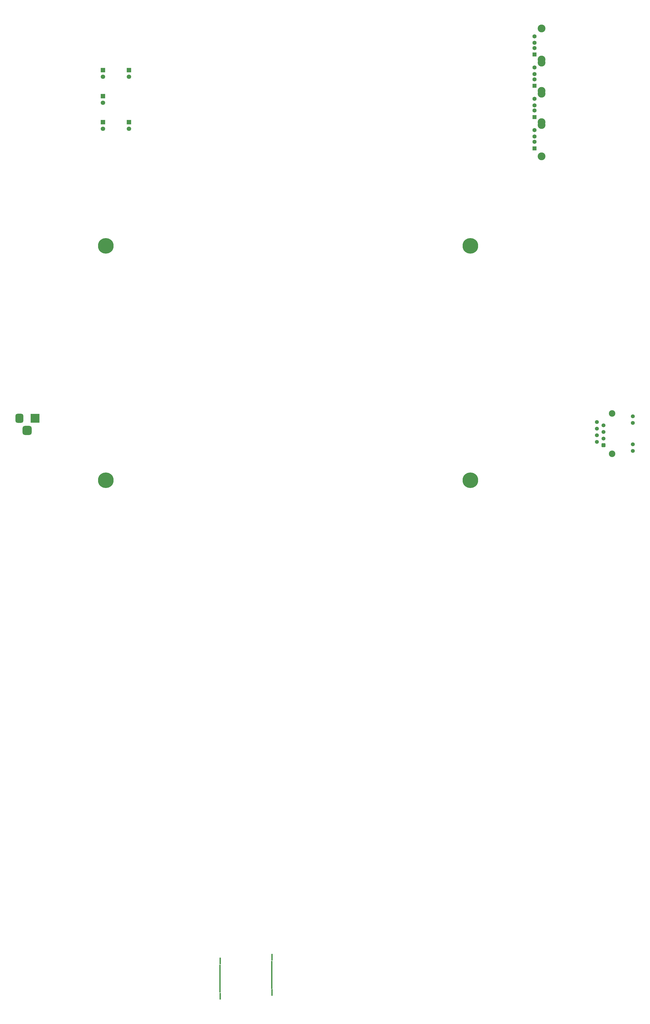
<source format=gbl>
%TF.GenerationSoftware,KiCad,Pcbnew,9.0.6*%
%TF.CreationDate,2025-12-01T13:51:19+09:00*%
%TF.ProjectId,fcBoard,6663426f-6172-4642-9e6b-696361645f70,0.2*%
%TF.SameCoordinates,Original*%
%TF.FileFunction,Copper,L6,Bot*%
%TF.FilePolarity,Positive*%
%FSLAX46Y46*%
G04 Gerber Fmt 4.6, Leading zero omitted, Abs format (unit mm)*
G04 Created by KiCad (PCBNEW 9.0.6) date 2025-12-01 13:51:19*
%MOMM*%
%LPD*%
G01*
G04 APERTURE LIST*
G04 Aperture macros list*
%AMRoundRect*
0 Rectangle with rounded corners*
0 $1 Rounding radius*
0 $2 $3 $4 $5 $6 $7 $8 $9 X,Y pos of 4 corners*
0 Add a 4 corners polygon primitive as box body*
4,1,4,$2,$3,$4,$5,$6,$7,$8,$9,$2,$3,0*
0 Add four circle primitives for the rounded corners*
1,1,$1+$1,$2,$3*
1,1,$1+$1,$4,$5*
1,1,$1+$1,$6,$7*
1,1,$1+$1,$8,$9*
0 Add four rect primitives between the rounded corners*
20,1,$1+$1,$2,$3,$4,$5,0*
20,1,$1+$1,$4,$5,$6,$7,0*
20,1,$1+$1,$6,$7,$8,$9,0*
20,1,$1+$1,$8,$9,$2,$3,0*%
G04 Aperture macros list end*
%TA.AperFunction,ComponentPad*%
%ADD10RoundRect,0.250500X-0.499500X-0.499500X0.499500X-0.499500X0.499500X0.499500X-0.499500X0.499500X0*%
%TD*%
%TA.AperFunction,ComponentPad*%
%ADD11C,1.500000*%
%TD*%
%TA.AperFunction,ComponentPad*%
%ADD12C,2.500000*%
%TD*%
%TA.AperFunction,ComponentPad*%
%ADD13R,1.700000X1.700000*%
%TD*%
%TA.AperFunction,ComponentPad*%
%ADD14C,1.700000*%
%TD*%
%TA.AperFunction,ComponentPad*%
%ADD15R,3.500000X3.500000*%
%TD*%
%TA.AperFunction,ComponentPad*%
%ADD16RoundRect,0.750000X0.750000X1.000000X-0.750000X1.000000X-0.750000X-1.000000X0.750000X-1.000000X0*%
%TD*%
%TA.AperFunction,ComponentPad*%
%ADD17RoundRect,0.875000X0.875000X0.875000X-0.875000X0.875000X-0.875000X-0.875000X0.875000X-0.875000X0*%
%TD*%
%TA.AperFunction,ComponentPad*%
%ADD18R,1.600000X1.600000*%
%TD*%
%TA.AperFunction,ComponentPad*%
%ADD19C,1.600000*%
%TD*%
%TA.AperFunction,ComponentPad*%
%ADD20C,3.000000*%
%TD*%
%TA.AperFunction,ComponentPad*%
%ADD21C,6.000000*%
%TD*%
%TA.AperFunction,SMDPad,CuDef*%
%ADD22R,0.500000X2.800000*%
%TD*%
%TA.AperFunction,SMDPad,CuDef*%
%ADD23R,0.600000X2.600000*%
%TD*%
G04 APERTURE END LIST*
D10*
%TO.P,J6,1,TXP_A*%
%TO.N,unconnected-(J6-TXP_A-Pad1)*%
X296100000Y-181490000D03*
D11*
%TO.P,J6,2,TXN_A*%
%TO.N,unconnected-(J6-TXN_A-Pad2)*%
X293560000Y-180230000D03*
%TO.P,J6,3,TXP_B*%
%TO.N,unconnected-(J6-TXP_B-Pad3)*%
X296100000Y-178950000D03*
%TO.P,J6,4,TXN_B*%
%TO.N,unconnected-(J6-TXN_B-Pad4)*%
X293560000Y-177690000D03*
%TO.P,J6,5,TXP_C*%
%TO.N,unconnected-(J6-TXP_C-Pad5)*%
X296100000Y-176410000D03*
%TO.P,J6,6,TXN_C*%
%TO.N,unconnected-(J6-TXN_C-Pad6)*%
X293560000Y-175150000D03*
%TO.P,J6,7,TXP_D*%
%TO.N,unconnected-(J6-TXP_D-Pad7)*%
X296100000Y-173870000D03*
%TO.P,J6,8,TXN_D*%
%TO.N,unconnected-(J6-TXN_D-Pad8)*%
X293560000Y-172610000D03*
%TO.P,J6,9,LED_G+*%
%TO.N,unconnected-(J6-LED_G+-Pad9)*%
X307360000Y-183675000D03*
%TO.P,J6,10,LED_G-*%
%TO.N,unconnected-(J6-LED_G--Pad10)*%
X307360000Y-181135000D03*
%TO.P,J6,11,LED_Y+*%
%TO.N,unconnected-(J6-LED_Y+-Pad11)*%
X307360000Y-172965000D03*
%TO.P,J6,12,LED_Y-*%
%TO.N,unconnected-(J6-LED_Y--Pad12)*%
X307360000Y-170425000D03*
D12*
%TO.P,J6,SH*%
%TO.N,N/C*%
X299410000Y-184795000D03*
X299410000Y-169305000D03*
%TD*%
D13*
%TO.P,J7,1,1*%
%TO.N,unconnected-(J7-Pad1)*%
X103825000Y-37445000D03*
D14*
%TO.P,J7,2,2*%
%TO.N,unconnected-(J7-Pad2)*%
X103825000Y-39985000D03*
%TD*%
D15*
%TO.P,J16,1*%
%TO.N,Net-(U26-VIN)*%
X77770000Y-171150000D03*
D16*
%TO.P,J16,2*%
%TO.N,GND*%
X71770000Y-171150000D03*
D17*
%TO.P,J16,3*%
%TO.N,N/C*%
X74770000Y-175850000D03*
%TD*%
D13*
%TO.P,J10,1,1*%
%TO.N,unconnected-(J10-Pad1)*%
X113825000Y-37445000D03*
D14*
%TO.P,J10,2,2*%
%TO.N,unconnected-(J10-Pad2)*%
X113825000Y-39985000D03*
%TD*%
D13*
%TO.P,J12,1,1*%
%TO.N,unconnected-(J12-Pad1)*%
X113825000Y-57445000D03*
D14*
%TO.P,J12,2,2*%
%TO.N,unconnected-(J12-Pad2)*%
X113825000Y-59985000D03*
%TD*%
D18*
%TO.P,J4,1,VBUS*%
%TO.N,unconnected-(J4-VBUS-Pad1)*%
X269670000Y-67510000D03*
D19*
%TO.P,J4,2,D-*%
%TO.N,unconnected-(J4-D--Pad2)*%
X269670000Y-65010000D03*
%TO.P,J4,3,D+*%
%TO.N,unconnected-(J4-D+-Pad3)*%
X269670000Y-63010000D03*
%TO.P,J4,4,GND*%
%TO.N,GND*%
X269670000Y-60510000D03*
D20*
%TO.P,J4,5,SHIELD*%
%TO.N,unconnected-(J4-SHIELD-Pad5)*%
X272380000Y-70580000D03*
X272380000Y-57440000D03*
%TD*%
D21*
%TO.P,MH2,1*%
%TO.N,GND*%
X245000000Y-105000000D03*
%TD*%
D18*
%TO.P,J3,1,VBUS*%
%TO.N,unconnected-(J3-VBUS-Pad1)*%
X269670000Y-55510000D03*
D19*
%TO.P,J3,2,D-*%
%TO.N,unconnected-(J3-D--Pad2)*%
X269670000Y-53010000D03*
%TO.P,J3,3,D+*%
%TO.N,unconnected-(J3-D+-Pad3)*%
X269670000Y-51010000D03*
%TO.P,J3,4,GND*%
%TO.N,GND*%
X269670000Y-48510000D03*
D20*
%TO.P,J3,5,SHIELD*%
%TO.N,unconnected-(J3-SHIELD-Pad5)*%
X272380000Y-58580000D03*
X272380000Y-45440000D03*
%TD*%
D18*
%TO.P,J2,1,VBUS*%
%TO.N,unconnected-(J2-VBUS-Pad1)*%
X269670000Y-43510000D03*
D19*
%TO.P,J2,2,D-*%
%TO.N,unconnected-(J2-D--Pad2)*%
X269670000Y-41010000D03*
%TO.P,J2,3,D+*%
%TO.N,unconnected-(J2-D+-Pad3)*%
X269670000Y-39010000D03*
%TO.P,J2,4,GND*%
%TO.N,GND*%
X269670000Y-36510000D03*
D20*
%TO.P,J2,5,SHIELD*%
%TO.N,unconnected-(J2-SHIELD-Pad5)*%
X272380000Y-46580000D03*
X272380000Y-33440000D03*
%TD*%
D18*
%TO.P,J1,1,VBUS*%
%TO.N,unconnected-(J1-VBUS-Pad1)*%
X269670000Y-31510000D03*
D19*
%TO.P,J1,2,D-*%
%TO.N,unconnected-(J1-D--Pad2)*%
X269670000Y-29010000D03*
%TO.P,J1,3,D+*%
%TO.N,unconnected-(J1-D+-Pad3)*%
X269670000Y-27010000D03*
%TO.P,J1,4,GND*%
%TO.N,GND*%
X269670000Y-24510000D03*
D20*
%TO.P,J1,5,SHIELD*%
%TO.N,unconnected-(J1-SHIELD-Pad5)*%
X272380000Y-34580000D03*
X272380000Y-21440000D03*
%TD*%
D13*
%TO.P,J9,1,1*%
%TO.N,unconnected-(J9-Pad1)*%
X103825000Y-57445000D03*
D14*
%TO.P,J9,2,2*%
%TO.N,unconnected-(J9-Pad2)*%
X103825000Y-59985000D03*
%TD*%
D21*
%TO.P,MH1,1*%
%TO.N,GND*%
X105000000Y-105000000D03*
%TD*%
D22*
%TO.P,J23,2,TMDS_D2_SH*%
%TO.N,Net-(J23-TMDS_D2_SH)*%
X168720000Y-388900000D03*
%TO.P,J23,4,TMDS_D1+*%
%TO.N,Net-(J23-TMDS_D1+)*%
X168720000Y-387900000D03*
%TO.P,J23,6,TMDS_D1-*%
%TO.N,Net-(J23-TMDS_D1-)*%
X168720000Y-386900000D03*
%TO.P,J23,8,TMDS_D0_SH*%
%TO.N,Net-(J23-TMDS_D0_SH)*%
X168720000Y-385900000D03*
%TO.P,J23,10,TMDS_CLK+*%
%TO.N,unconnected-(J23-TMDS_CLK+-Pad10)*%
X168720000Y-384900000D03*
%TO.P,J23,12,TMDS_CLK-*%
%TO.N,unconnected-(J23-TMDS_CLK--Pad12)*%
X168720000Y-383900000D03*
%TO.P,J23,14,NC*%
%TO.N,unconnected-(J23-NC-Pad14)*%
X168720000Y-382900000D03*
%TO.P,J23,16,SDA*%
%TO.N,unconnected-(J23-SDA-Pad16)*%
X168720000Y-381900000D03*
%TO.P,J23,18,+5V*%
%TO.N,unconnected-(J23-+5V-Pad18)*%
X168720000Y-380900000D03*
D23*
%TO.P,J23,SH*%
%TO.N,N/C*%
X168820000Y-391675000D03*
X168820000Y-378125000D03*
%TD*%
D13*
%TO.P,J8,1,1*%
%TO.N,unconnected-(J8-Pad1)*%
X103825000Y-47445000D03*
D14*
%TO.P,J8,2,2*%
%TO.N,unconnected-(J8-Pad2)*%
X103825000Y-49985000D03*
%TD*%
D21*
%TO.P,MH4,1*%
%TO.N,GND*%
X245000000Y-195000000D03*
%TD*%
D22*
%TO.P,J24,2,TMDS_D2_SH*%
%TO.N,unconnected-(J24-TMDS_D2_SH-Pad2)*%
X148800000Y-390315000D03*
%TO.P,J24,4,TMDS_D1+*%
%TO.N,unconnected-(J24-TMDS_D1+-Pad4)*%
X148800000Y-389315000D03*
%TO.P,J24,6,TMDS_D1-*%
%TO.N,unconnected-(J24-TMDS_D1--Pad6)*%
X148800000Y-388315000D03*
%TO.P,J24,8,TMDS_D0_SH*%
%TO.N,unconnected-(J24-TMDS_D0_SH-Pad8)*%
X148800000Y-387315000D03*
%TO.P,J24,10,TMDS_CLK+*%
%TO.N,/HDMI In/Out/HDMI_IN_D2P*%
X148800000Y-386315000D03*
%TO.P,J24,12,TMDS_CLK-*%
%TO.N,/HDMI In/Out/HDMI_IN_D2N*%
X148800000Y-385315000D03*
%TO.P,J24,14,NC*%
%TO.N,unconnected-(J24-NC-Pad14)*%
X148800000Y-384315000D03*
%TO.P,J24,16,SDA*%
%TO.N,/HDMI In/Out/HDMI_IN_D1N*%
X148800000Y-383315000D03*
%TO.P,J24,18,+5V*%
%TO.N,unconnected-(J24-+5V-Pad18)*%
X148800000Y-382315000D03*
D23*
%TO.P,J24,SH*%
%TO.N,N/C*%
X148900000Y-393090000D03*
X148900000Y-379540000D03*
%TD*%
D21*
%TO.P,MH3,1*%
%TO.N,GND*%
X105000000Y-195000000D03*
%TD*%
M02*

</source>
